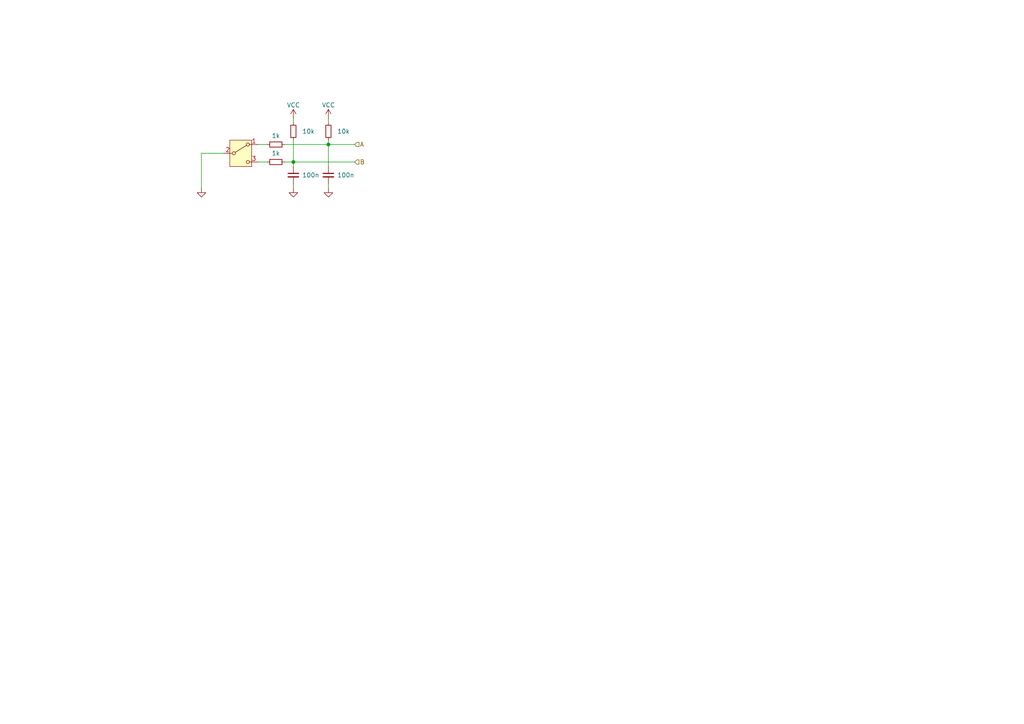
<source format=kicad_sch>
(kicad_sch (version 20231120) (generator "eeschema") (generator_version "8.0")
  (paper "A4")
  (lib_symbols
    (symbol "Device:C_Small" (pin_numbers hide) (pin_names (offset 0.254) hide)
      (property "Reference" "C" (at 0.254 1.778 0))
      (property "Value" "C_Small" (at 0.254 -2.032 0))
      (symbol "C_Small_0_1"
        (polyline (pts (xy -1.524 -0.508) (xy 1.524 -0.508)) (stroke (width 0.3302)))
        (polyline (pts (xy -1.524 0.508) (xy 1.524 0.508)) (stroke (width 0.3048)))
      )
      (symbol "C_Small_1_1"
        (pin passive line (at 0 2.54 270) (length 2.032) (name "~") (number "1"))
        (pin passive line (at 0 -2.54 90) (length 2.032) (name "~") (number "2"))
      )
    )
    (symbol "Device:R_Small" (pin_numbers hide) (pin_names (offset 0.254) hide)
      (property "Reference" "R" (at 0.762 0.508 0))
      (property "Value" "R_Small" (at 0.762 -1.016 0))
      (symbol "R_Small_0_1"
        (rectangle (start -0.762 1.778) (end 0.762 -1.778) (stroke (width 0.2032)))
      )
      (symbol "R_Small_1_1"
        (pin passive line (at 0 2.54 270) (length 0.762) (name "~") (number "1"))
        (pin passive line (at 0 -2.54 90) (length 0.762) (name "~") (number "2"))
      )
    )
    (symbol "Switch:SW_SPDT" (pin_names (offset 0) hide)
      (property "Reference" "SW" (at 0 5.08 0))
      (property "Value" "SW_SPDT" (at 0 -5.08 0))
      (symbol "SW_SPDT_0_1"
        (circle (center -2.032 0) (radius 0.4572))
        (polyline (pts (xy -1.651 0.254) (xy 1.651 2.286)))
        (circle (center 2.032 -2.54) (radius 0.4572))
        (circle (center 2.032 2.54) (radius 0.4572))
      )
      (symbol "SW_SPDT_1_1"
        (rectangle (start -3.175 3.81) (end 3.175 -3.81) (fill (type background)))
        (pin passive line (at 5.08 2.54 180) (length 2.54) (name "A") (number "1"))
        (pin passive line (at -5.08 0 0) (length 2.54) (name "B") (number "2"))
        (pin passive line (at 5.08 -2.54 180) (length 2.54) (name "C") (number "3"))
      )
    )
    (symbol "power:GND" (power) (pin_numbers hide) (pin_names (offset 0) hide)
      (property "Value" "GND" (at 0 -3.81 0))
      (symbol "GND_0_1"
        (polyline (pts (xy 0 0) (xy 0 -1.27) (xy 1.27 -1.27) (xy 0 -2.54) (xy -1.27 -1.27) (xy 0 -1.27)))
      )
      (symbol "GND_1_1"
        (pin power_in line (at 0 0 270) (length 0) (name "~") (number "1"))
      )
    )
    (symbol "power:VCC" (power) (pin_numbers hide) (pin_names (offset 0) hide)
      (property "Value" "VCC" (at 0 3.556 0))
      (symbol "VCC_0_1"
        (polyline (pts (xy -0.762 1.27) (xy 0 2.54)))
        (polyline (pts (xy 0 0) (xy 0 2.54)))
        (polyline (pts (xy 0 2.54) (xy 0.762 1.27)))
      )
      (symbol "VCC_1_1"
        (pin power_in line (at 0 0 90) (length 0) (name "~") (number "1"))
      )
    )
  )
  (junction (at 95.25 41.91))
  (junction (at 85.09 46.99))
  (wire (pts (xy 95.25 41.91) (xy 95.25 48.26)))
  (wire (pts (xy 85.09 46.99) (xy 85.09 48.26)))
  (wire (pts (xy 85.09 46.99) (xy 82.55 46.99)))
  (wire (pts (xy 95.25 34.29) (xy 95.25 35.56)))
  (wire (pts (xy 95.25 41.91) (xy 82.55 41.91)))
  (wire (pts (xy 95.25 40.64) (xy 95.25 41.91)))
  (wire (pts (xy 85.09 40.64) (xy 85.09 46.99)))
  (wire (pts (xy 77.47 41.91) (xy 74.93 41.91)))
  (wire (pts (xy 58.42 44.45) (xy 58.42 54.61)))
  (wire (pts (xy 58.42 44.45) (xy 64.77 44.45)))
  (wire (pts (xy 77.47 46.99) (xy 74.93 46.99)))
  (wire (pts (xy 102.87 41.91) (xy 95.25 41.91)))
  (wire (pts (xy 95.25 53.34) (xy 95.25 54.61)))
  (wire (pts (xy 85.09 35.56) (xy 85.09 34.29)))
  (wire (pts (xy 85.09 53.34) (xy 85.09 54.61)))
  (wire (pts (xy 102.87 46.99) (xy 85.09 46.99)))
  (hierarchical_label "B" (shape input) (at 102.87 46.99 0))
  (hierarchical_label "A" (shape input) (at 102.87 41.91 0))
  (symbol (lib_id "power:GND") (at 95.25 54.61 0) (unit 1)
    (property "Reference" "#PWR0104" (effects (hide yes)))
    (property "Value" "GND" (effects (hide yes)))
    (property "Description" "Power symbol creates a global label with name \"GND\" , ground" (effects (hide yes)))
  )
  (symbol (lib_id "power:VCC") (at 85.09 34.29 0) (mirror y) (unit 1)
    (property "Reference" "#PWR0103" (effects (hide yes)))
    (property "Value" "VCC" (at 85.09 30.48 0))
    (property "Description" "Power symbol creates a global label with name \"VCC\"" (effects (hide yes)))
  )
  (symbol (lib_id "power:GND") (at 58.42 54.61 0) (mirror y) (unit 1)
    (property "Reference" "#PWR0101" (effects (hide yes)))
    (property "Value" "GND" (effects (hide yes)))
    (property "Description" "Power symbol creates a global label with name \"GND\" , ground" (effects (hide yes)))
  )
  (symbol (lib_id "Device:C_Small") (at 85.09 50.8 0) (unit 1)
    (property "Reference" "C101" (effects (hide yes)))
    (property "Value" "100n" (at 87.63 50.8 0) (effects (justify left)))
    (property "Description" "Unpolarized capacitor, small symbol" (effects (hide yes)))
  )
  (symbol (lib_id "Device:R_Small") (at 95.25 38.1 0) (unit 1)
    (property "Reference" "R102" (effects (hide yes)))
    (property "Value" "10k" (at 97.79 38.1 0) (effects (justify left)))
    (property "Description" "Resistor, small symbol" (effects (hide yes)))
  )
  (symbol (lib_id "Device:R_Small") (at 85.09 38.1 0) (unit 1)
    (property "Reference" "R101" (effects (hide yes)))
    (property "Value" "10k" (at 87.63 38.1 0) (effects (justify left)))
    (property "Description" "Resistor, small symbol" (effects (hide yes)))
  )
  (symbol (lib_id "Device:R_Small") (at 80.01 41.91 270) (mirror x) (unit 1)
    (property "Reference" "R103" (effects (hide yes)))
    (property "Value" "1k" (at 80.01 39.37 90))
    (property "Description" "Resistor, small symbol" (effects (hide yes)))
  )
  (symbol (lib_id "power:GND") (at 85.09 54.61 0) (unit 1)
    (property "Reference" "#PWR0105" (effects (hide yes)))
    (property "Value" "GND" (effects (hide yes)))
    (property "Description" "Power symbol creates a global label with name \"GND\" , ground" (effects (hide yes)))
  )
  (symbol (lib_id "Device:R_Small") (at 80.01 46.99 270) (mirror x) (unit 1)
    (property "Reference" "R104" (effects (hide yes)))
    (property "Value" "1k" (at 80.01 44.45 90))
    (property "Description" "Resistor, small symbol" (effects (hide yes)))
  )
  (symbol (lib_id "Switch:SW_SPDT") (at 69.85 44.45 0) (unit 1)
    (property "Reference" "SW101" (effects (hide yes)))
    (property "Value" "SW_SPDT" (effects (hide yes)))
    (property "Description" "Switch, single pole double throw" (effects (hide yes)))
  )
  (symbol (lib_id "Device:C_Small") (at 95.25 50.8 0) (unit 1)
    (property "Reference" "C102" (effects (hide yes)))
    (property "Value" "100n" (at 97.79 50.8 0) (effects (justify left)))
    (property "Description" "Unpolarized capacitor, small symbol" (effects (hide yes)))
  )
  (symbol (lib_id "power:VCC") (at 95.25 34.29 0) (mirror y) (unit 1)
    (property "Reference" "#PWR0102" (effects (hide yes)))
    (property "Value" "VCC" (at 95.25 30.48 0))
    (property "Description" "Power symbol creates a global label with name \"VCC\"" (effects (hide yes)))
  )
)
</source>
